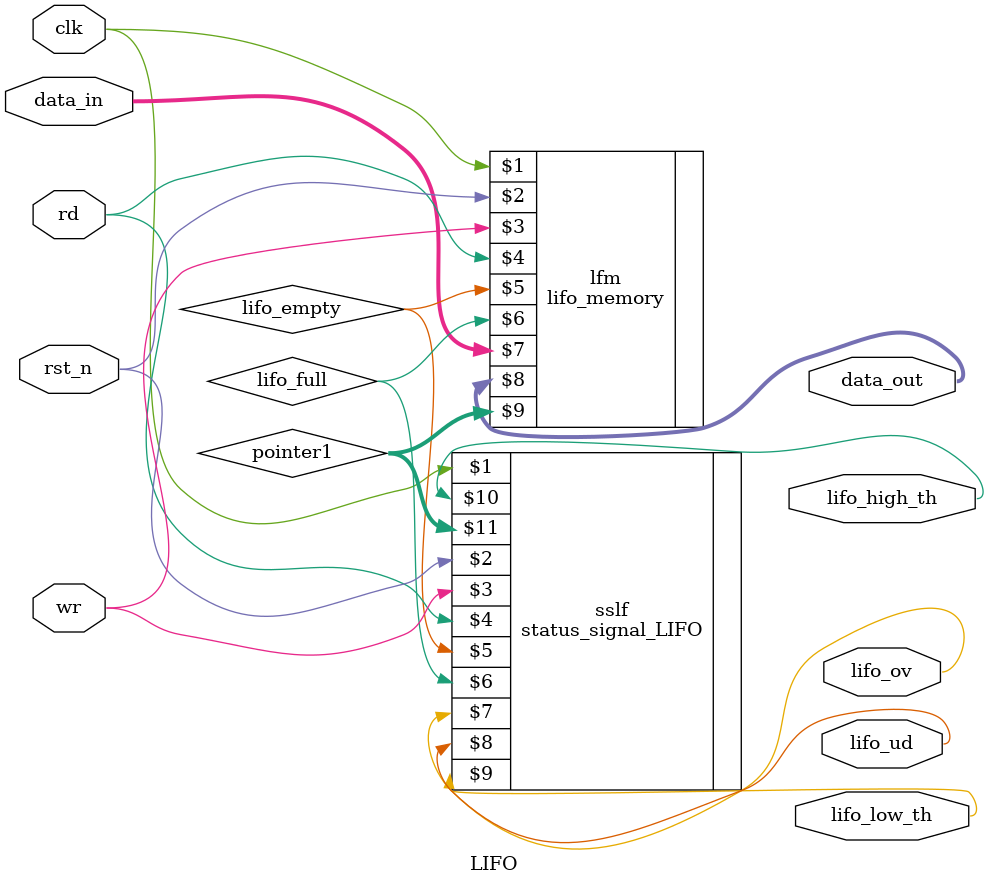
<source format=v>
module LIFO(data_out, lifo_ov, lifo_ud,lifo_low_th, lifo_high_th, clk, rst_n, wr, rd, data_in);  
  input wr, rd, clk, rst_n;  
  input[31:0] data_in;   
  output[31:0] data_out;  
  output lifo_low_th,lifo_high_th,lifo_ov,lifo_ud;  
  wire [9:0] pointer1;
  wire lifo_full,lifo_empty;
  wire fifo_we,fifo_rd;   
  lifo_memory lfm(clk, rst_n, wr, rd,lifo_empty,lifo_full,data_in,data_out,pointer1);  
  status_signal_LIFO sslf(clk, rst_n, wr, rd,lifo_empty,lifo_full,lifo_ov,lifo_ud,lifo_low_th,lifo_high_th,pointer1);  
endmodule  
</source>
